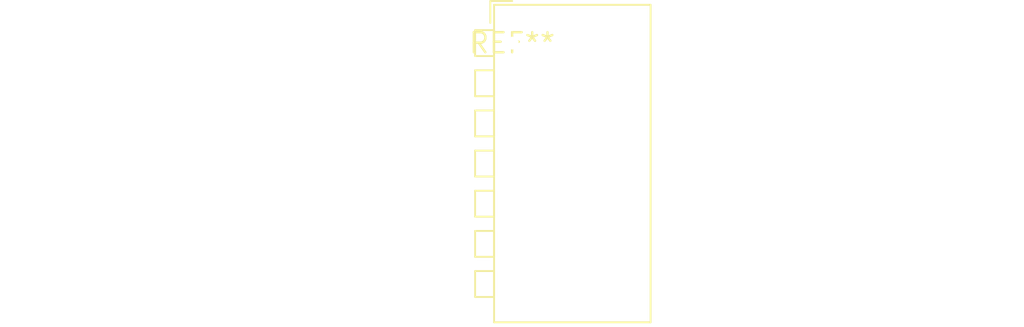
<source format=kicad_pcb>
(kicad_pcb (version 20240108) (generator pcbnew)
  (layers (0 "F.Cu" signal) (31 "B.Cu" signal) (34 "B.Paste" user) (35 "F.Paste" user) (36 "B.SilkS" user "B.Silkscreen") (37 "F.SilkS" user "F.Silkscreen") (38 "B.Mask" user) (39 "F.Mask" user) (44 "Edge.Cuts" user))
  (net 0 "")
  (footprint "SW_DIP_SPSTx07_Piano_CTS_Series194-7MSTN_W7.62mm_P2.54mm" (layer "F.Cu") (at 0 0)
    (property "Reference" "REF**")
    (property "Value" "SW_DIP_SPSTx07_Piano_CTS_Series194-7MSTN_W7.62mm_P2.54mm")
    (fp_line (start -2.34 -0.82) (end -2.34 0.82) (layer "F.SilkS") (stroke (width 0.12)))
    (fp_line (start -2.34 -0.82) (end -1.14 -0.82) (layer "F.SilkS") (stroke (width 0.12)))
    (fp_line (start -2.34 0.82) (end -1.14 0.82) (layer "F.SilkS") (stroke (width 0.12)))
    (fp_line (start -2.34 1.72) (end -2.34 3.361) (layer "F.SilkS") (stroke (width 0.12)))
    (fp_line (start -2.34 1.72) (end -1.14 1.72) (layer "F.SilkS") (stroke (width 0.12)))
    (fp_line (start -2.34 3.361) (end -1.14 3.361) (layer "F.SilkS") (stroke (width 0.12)))
    (fp_line (start -2.34 4.261) (end -2.34 5.9) (layer "F.SilkS") (stroke (width 0.12)))
    (fp_line (start -2.34 4.261) (end -1.14 4.261) (layer "F.SilkS") (stroke (width 0.12)))
    (fp_line (start -2.34 5.9) (end -1.14 5.9) (layer "F.SilkS") (stroke (width 0.12)))
    (fp_line (start -2.34 6.801) (end -2.34 8.441) (layer "F.SilkS") (stroke (width 0.12)))
    (fp_line (start -2.34 6.801) (end -1.14 6.801) (layer "F.SilkS") (stroke (width 0.12)))
    (fp_line (start -2.34 8.441) (end -1.14 8.441) (layer "F.SilkS") (stroke (width 0.12)))
    (fp_line (start -2.34 9.34) (end -2.34 10.98) (layer "F.SilkS") (stroke (width 0.12)))
    (fp_line (start -2.34 9.34) (end -1.14 9.34) (layer "F.SilkS") (stroke (width 0.12)))
    (fp_line (start -2.34 10.98) (end -1.14 10.98) (layer "F.SilkS") (stroke (width 0.12)))
    (fp_line (start -2.34 11.88) (end -2.34 13.52) (layer "F.SilkS") (stroke (width 0.12)))
    (fp_line (start -2.34 11.88) (end -1.14 11.88) (layer "F.SilkS") (stroke (width 0.12)))
    (fp_line (start -2.34 13.52) (end -1.14 13.52) (layer "F.SilkS") (stroke (width 0.12)))
    (fp_line (start -2.34 14.42) (end -2.34 16.06) (layer "F.SilkS") (stroke (width 0.12)))
    (fp_line (start -2.34 14.42) (end -1.14 14.42) (layer "F.SilkS") (stroke (width 0.12)))
    (fp_line (start -2.34 16.06) (end -1.14 16.06) (layer "F.SilkS") (stroke (width 0.12)))
    (fp_line (start -1.38 -2.66) (end -1.38 -1.277) (layer "F.SilkS") (stroke (width 0.12)))
    (fp_line (start -1.38 -2.66) (end 0.004 -2.66) (layer "F.SilkS") (stroke (width 0.12)))
    (fp_line (start -1.14 -2.42) (end -1.14 17.661) (layer "F.SilkS") (stroke (width 0.12)))
    (fp_line (start -1.14 -2.42) (end 8.76 -2.42) (layer "F.SilkS") (stroke (width 0.12)))
    (fp_line (start -1.14 -0.82) (end -1.14 0.82) (layer "F.SilkS") (stroke (width 0.12)))
    (fp_line (start -1.14 1.72) (end -1.14 3.361) (layer "F.SilkS") (stroke (width 0.12)))
    (fp_line (start -1.14 4.261) (end -1.14 5.9) (layer "F.SilkS") (stroke (width 0.12)))
    (fp_line (start -1.14 6.801) (end -1.14 8.441) (layer "F.SilkS") (stroke (width 0.12)))
    (fp_line (start -1.14 9.34) (end -1.14 10.98) (layer "F.SilkS") (stroke (width 0.12)))
    (fp_line (start -1.14 11.88) (end -1.14 13.52) (layer "F.SilkS") (stroke (width 0.12)))
    (fp_line (start -1.14 14.42) (end -1.14 16.06) (layer "F.SilkS") (stroke (width 0.12)))
    (fp_line (start -1.14 17.661) (end 8.76 17.661) (layer "F.SilkS") (stroke (width 0.12)))
    (fp_line (start 8.76 -2.42) (end 8.76 17.661) (layer "F.SilkS") (stroke (width 0.12)))
    (pad "1" thru_hole rect (at 0 0) (size 1.6 1.6) (drill 0.8) (layers *.Cu *.Mask) (remove_unused_layers))
    (pad "2" thru_hole oval (at 0 2.54) (size 1.6 1.6) (drill 0.8) (layers *.Cu *.Mask) (remove_unused_layers))
    (pad "3" thru_hole oval (at 0 5.08) (size 1.6 1.6) (drill 0.8) (layers *.Cu *.Mask) (remove_unused_layers))
    (pad "4" thru_hole oval (at 0 7.62) (size 1.6 1.6) (drill 0.8) (layers *.Cu *.Mask) (remove_unused_layers))
    (pad "5" thru_hole oval (at 0 10.16) (size 1.6 1.6) (drill 0.8) (layers *.Cu *.Mask) (remove_unused_layers))
    (pad "6" thru_hole oval (at 0 12.7) (size 1.6 1.6) (drill 0.8) (layers *.Cu *.Mask) (remove_unused_layers))
    (pad "7" thru_hole oval (at 0 15.24) (size 1.6 1.6) (drill 0.8) (layers *.Cu *.Mask) (remove_unused_layers))
    (pad "8" thru_hole oval (at 7.62 15.24) (size 1.6 1.6) (drill 0.8) (layers *.Cu *.Mask) (remove_unused_layers))
    (pad "9" thru_hole oval (at 7.62 12.7) (size 1.6 1.6) (drill 0.8) (layers *.Cu *.Mask) (remove_unused_layers))
    (pad "10" thru_hole oval (at 7.62 10.16) (size 1.6 1.6) (drill 0.8) (layers *.Cu *.Mask) (remove_unused_layers))
    (pad "11" thru_hole oval (at 7.62 7.62) (size 1.6 1.6) (drill 0.8) (layers *.Cu *.Mask) (remove_unused_layers))
    (pad "12" thru_hole oval (at 7.62 5.08) (size 1.6 1.6) (drill 0.8) (layers *.Cu *.Mask) (remove_unused_layers))
    (pad "13" thru_hole oval (at 7.62 2.54) (size 1.6 1.6) (drill 0.8) (layers *.Cu *.Mask) (remove_unused_layers))
    (pad "14" thru_hole oval (at 7.62 0) (size 1.6 1.6) (drill 0.8) (layers *.Cu *.Mask) (remove_unused_layers))
  )
)
</source>
